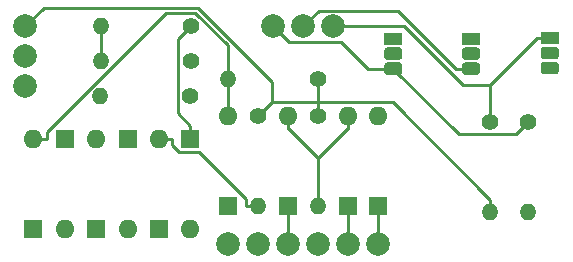
<source format=gbr>
G04 #@! TF.GenerationSoftware,KiCad,Pcbnew,(5.0.0)*
G04 #@! TF.CreationDate,2019-08-30T23:05:15+01:00*
G04 #@! TF.ProjectId,LS15,4C5331352E6B696361645F7063620000,rev?*
G04 #@! TF.SameCoordinates,Original*
G04 #@! TF.FileFunction,Copper,L2,Bot,Signal*
G04 #@! TF.FilePolarity,Positive*
%FSLAX46Y46*%
G04 Gerber Fmt 4.6, Leading zero omitted, Abs format (unit mm)*
G04 Created by KiCad (PCBNEW (5.0.0)) date 08/30/19 23:05:15*
%MOMM*%
%LPD*%
G01*
G04 APERTURE LIST*
G04 #@! TA.AperFunction,ComponentPad*
%ADD10C,2.000000*%
G04 #@! TD*
G04 #@! TA.AperFunction,ComponentPad*
%ADD11R,1.600000X1.600000*%
G04 #@! TD*
G04 #@! TA.AperFunction,ComponentPad*
%ADD12O,1.600000X1.600000*%
G04 #@! TD*
G04 #@! TA.AperFunction,ComponentPad*
%ADD13C,1.400000*%
G04 #@! TD*
G04 #@! TA.AperFunction,ComponentPad*
%ADD14O,1.400000X1.400000*%
G04 #@! TD*
G04 #@! TA.AperFunction,ComponentPad*
%ADD15R,1.500000X1.050000*%
G04 #@! TD*
G04 #@! TA.AperFunction,Conductor*
%ADD16C,0.100000*%
G04 #@! TD*
G04 #@! TA.AperFunction,ComponentPad*
%ADD17C,1.050000*%
G04 #@! TD*
G04 #@! TA.AperFunction,Conductor*
%ADD18C,0.250000*%
G04 #@! TD*
G04 APERTURE END LIST*
D10*
G04 #@! TO.P,J1,13*
G04 #@! TO.N,13*
X145998000Y-61225500D03*
G04 #@! TO.P,J1,12*
G04 #@! TO.N,12*
X143458000Y-61225500D03*
G04 #@! TO.P,J1,11*
G04 #@! TO.N,11*
X140918000Y-61225500D03*
G04 #@! TO.P,J1,6*
G04 #@! TO.N,6*
X149808000Y-79640500D03*
G04 #@! TO.P,J1,5*
G04 #@! TO.N,5*
X147268000Y-79640500D03*
G04 #@! TO.P,J1,4*
G04 #@! TO.N,N/C*
X144728000Y-79640500D03*
G04 #@! TO.P,J1,3*
G04 #@! TO.N,3*
X142188000Y-79640500D03*
G04 #@! TO.P,J1,2*
G04 #@! TO.N,N/C*
X139648000Y-79640500D03*
G04 #@! TO.P,J1,1*
G04 #@! TO.N,1*
X137108000Y-79640500D03*
G04 #@! TO.P,J1,23*
G04 #@! TO.N,-6v*
X119963000Y-66305500D03*
G04 #@! TO.P,J1,22*
G04 #@! TO.N,0v*
X119963000Y-63765500D03*
G04 #@! TO.P,J1,21*
G04 #@! TO.N,+6v*
X119963000Y-61225500D03*
G04 #@! TD*
D11*
G04 #@! TO.P,D1,1*
G04 #@! TO.N,1*
X137109000Y-76428600D03*
D12*
G04 #@! TO.P,D1,2*
G04 #@! TO.N,Net-(D1-Pad2)*
X137109000Y-68808600D03*
G04 #@! TD*
D11*
G04 #@! TO.P,D3,1*
G04 #@! TO.N,3*
X142189000Y-76428600D03*
D12*
G04 #@! TO.P,D3,2*
G04 #@! TO.N,Net-(D3-Pad2)*
X142189000Y-68808600D03*
G04 #@! TD*
D11*
G04 #@! TO.P,D4,1*
G04 #@! TO.N,5*
X147269000Y-76428600D03*
D12*
G04 #@! TO.P,D4,2*
G04 #@! TO.N,Net-(D3-Pad2)*
X147269000Y-68808600D03*
G04 #@! TD*
D11*
G04 #@! TO.P,D5,1*
G04 #@! TO.N,6*
X149809000Y-76428600D03*
D12*
G04 #@! TO.P,D5,2*
G04 #@! TO.N,Net-(D11-Pad2)*
X149809000Y-68808600D03*
G04 #@! TD*
D11*
G04 #@! TO.P,D7,1*
G04 #@! TO.N,Net-(D7-Pad1)*
X120625000Y-78359000D03*
D12*
G04 #@! TO.P,D7,2*
G04 #@! TO.N,Net-(D1-Pad2)*
X120625000Y-70739000D03*
G04 #@! TD*
D11*
G04 #@! TO.P,D8,1*
G04 #@! TO.N,Net-(D8-Pad1)*
X123292000Y-70739000D03*
D12*
G04 #@! TO.P,D8,2*
G04 #@! TO.N,Net-(D7-Pad1)*
X123292000Y-78359000D03*
G04 #@! TD*
D11*
G04 #@! TO.P,D9,1*
G04 #@! TO.N,Net-(D10-Pad2)*
X125959000Y-78359000D03*
D12*
G04 #@! TO.P,D9,2*
G04 #@! TO.N,Net-(D3-Pad2)*
X125959000Y-70739000D03*
G04 #@! TD*
D11*
G04 #@! TO.P,D10,1*
G04 #@! TO.N,Net-(D10-Pad1)*
X128626000Y-70739000D03*
D12*
G04 #@! TO.P,D10,2*
G04 #@! TO.N,Net-(D10-Pad2)*
X128626000Y-78359000D03*
G04 #@! TD*
D11*
G04 #@! TO.P,D11,1*
G04 #@! TO.N,Net-(D11-Pad1)*
X131267000Y-78359000D03*
D12*
G04 #@! TO.P,D11,2*
G04 #@! TO.N,Net-(D11-Pad2)*
X131267000Y-70739000D03*
G04 #@! TD*
D11*
G04 #@! TO.P,D12,1*
G04 #@! TO.N,Net-(D12-Pad1)*
X133922000Y-70739000D03*
D12*
G04 #@! TO.P,D12,2*
G04 #@! TO.N,Net-(D11-Pad1)*
X133922000Y-78359000D03*
G04 #@! TD*
D13*
G04 #@! TO.P,R1,1*
G04 #@! TO.N,+6v*
X144729000Y-65709800D03*
D14*
G04 #@! TO.P,R1,2*
G04 #@! TO.N,Net-(D1-Pad2)*
X137109000Y-65709800D03*
G04 #@! TD*
D13*
G04 #@! TO.P,R2,1*
G04 #@! TO.N,Net-(D8-Pad1)*
X133960000Y-64109600D03*
D14*
G04 #@! TO.P,R2,2*
G04 #@! TO.N,-6v*
X126340000Y-64109600D03*
G04 #@! TD*
D13*
G04 #@! TO.P,R3,1*
G04 #@! TO.N,11*
X162535000Y-69316600D03*
D14*
G04 #@! TO.P,R3,2*
G04 #@! TO.N,+6v*
X162535000Y-76936600D03*
G04 #@! TD*
D13*
G04 #@! TO.P,R4,1*
G04 #@! TO.N,+6v*
X144729000Y-68808600D03*
D14*
G04 #@! TO.P,R4,2*
G04 #@! TO.N,Net-(D3-Pad2)*
X144729000Y-76428600D03*
G04 #@! TD*
D13*
G04 #@! TO.P,R5,1*
G04 #@! TO.N,Net-(D10-Pad1)*
X133934000Y-67132200D03*
D14*
G04 #@! TO.P,R5,2*
G04 #@! TO.N,-6v*
X126314000Y-67132200D03*
G04 #@! TD*
D15*
G04 #@! TO.P,VT2,3*
G04 #@! TO.N,0v*
X157683000Y-62255400D03*
D16*
G04 #@! TD*
G04 #@! TO.N,12*
G04 #@! TO.C,VT2*
G36*
X158196229Y-64271664D02*
X158221711Y-64275444D01*
X158246700Y-64281703D01*
X158270954Y-64290382D01*
X158294242Y-64301396D01*
X158316337Y-64314639D01*
X158337028Y-64329985D01*
X158356116Y-64347284D01*
X158373415Y-64366372D01*
X158388761Y-64387063D01*
X158402004Y-64409158D01*
X158413018Y-64432446D01*
X158421697Y-64456700D01*
X158427956Y-64481689D01*
X158431736Y-64507171D01*
X158433000Y-64532900D01*
X158433000Y-65057900D01*
X158431736Y-65083629D01*
X158427956Y-65109111D01*
X158421697Y-65134100D01*
X158413018Y-65158354D01*
X158402004Y-65181642D01*
X158388761Y-65203737D01*
X158373415Y-65224428D01*
X158356116Y-65243516D01*
X158337028Y-65260815D01*
X158316337Y-65276161D01*
X158294242Y-65289404D01*
X158270954Y-65300418D01*
X158246700Y-65309097D01*
X158221711Y-65315356D01*
X158196229Y-65319136D01*
X158170500Y-65320400D01*
X157195500Y-65320400D01*
X157169771Y-65319136D01*
X157144289Y-65315356D01*
X157119300Y-65309097D01*
X157095046Y-65300418D01*
X157071758Y-65289404D01*
X157049663Y-65276161D01*
X157028972Y-65260815D01*
X157009884Y-65243516D01*
X156992585Y-65224428D01*
X156977239Y-65203737D01*
X156963996Y-65181642D01*
X156952982Y-65158354D01*
X156944303Y-65134100D01*
X156938044Y-65109111D01*
X156934264Y-65083629D01*
X156933000Y-65057900D01*
X156933000Y-64532900D01*
X156934264Y-64507171D01*
X156938044Y-64481689D01*
X156944303Y-64456700D01*
X156952982Y-64432446D01*
X156963996Y-64409158D01*
X156977239Y-64387063D01*
X156992585Y-64366372D01*
X157009884Y-64347284D01*
X157028972Y-64329985D01*
X157049663Y-64314639D01*
X157071758Y-64301396D01*
X157095046Y-64290382D01*
X157119300Y-64281703D01*
X157144289Y-64275444D01*
X157169771Y-64271664D01*
X157195500Y-64270400D01*
X158170500Y-64270400D01*
X158196229Y-64271664D01*
X158196229Y-64271664D01*
G37*
D17*
G04 #@! TO.P,VT2,1*
G04 #@! TO.N,12*
X157683000Y-64795400D03*
D16*
G04 #@! TD*
G04 #@! TO.N,Net-(D10-Pad1)*
G04 #@! TO.C,VT2*
G36*
X158196229Y-63001664D02*
X158221711Y-63005444D01*
X158246700Y-63011703D01*
X158270954Y-63020382D01*
X158294242Y-63031396D01*
X158316337Y-63044639D01*
X158337028Y-63059985D01*
X158356116Y-63077284D01*
X158373415Y-63096372D01*
X158388761Y-63117063D01*
X158402004Y-63139158D01*
X158413018Y-63162446D01*
X158421697Y-63186700D01*
X158427956Y-63211689D01*
X158431736Y-63237171D01*
X158433000Y-63262900D01*
X158433000Y-63787900D01*
X158431736Y-63813629D01*
X158427956Y-63839111D01*
X158421697Y-63864100D01*
X158413018Y-63888354D01*
X158402004Y-63911642D01*
X158388761Y-63933737D01*
X158373415Y-63954428D01*
X158356116Y-63973516D01*
X158337028Y-63990815D01*
X158316337Y-64006161D01*
X158294242Y-64019404D01*
X158270954Y-64030418D01*
X158246700Y-64039097D01*
X158221711Y-64045356D01*
X158196229Y-64049136D01*
X158170500Y-64050400D01*
X157195500Y-64050400D01*
X157169771Y-64049136D01*
X157144289Y-64045356D01*
X157119300Y-64039097D01*
X157095046Y-64030418D01*
X157071758Y-64019404D01*
X157049663Y-64006161D01*
X157028972Y-63990815D01*
X157009884Y-63973516D01*
X156992585Y-63954428D01*
X156977239Y-63933737D01*
X156963996Y-63911642D01*
X156952982Y-63888354D01*
X156944303Y-63864100D01*
X156938044Y-63839111D01*
X156934264Y-63813629D01*
X156933000Y-63787900D01*
X156933000Y-63262900D01*
X156934264Y-63237171D01*
X156938044Y-63211689D01*
X156944303Y-63186700D01*
X156952982Y-63162446D01*
X156963996Y-63139158D01*
X156977239Y-63117063D01*
X156992585Y-63096372D01*
X157009884Y-63077284D01*
X157028972Y-63059985D01*
X157049663Y-63044639D01*
X157071758Y-63031396D01*
X157095046Y-63020382D01*
X157119300Y-63011703D01*
X157144289Y-63005444D01*
X157169771Y-63001664D01*
X157195500Y-63000400D01*
X158170500Y-63000400D01*
X158196229Y-63001664D01*
X158196229Y-63001664D01*
G37*
D17*
G04 #@! TO.P,VT2,2*
G04 #@! TO.N,Net-(D10-Pad1)*
X157683000Y-63525400D03*
G04 #@! TD*
D14*
G04 #@! TO.P,R6,2*
G04 #@! TO.N,Net-(D11-Pad2)*
X139649000Y-76428600D03*
D13*
G04 #@! TO.P,R6,1*
G04 #@! TO.N,+6v*
X139649000Y-68808600D03*
G04 #@! TD*
D14*
G04 #@! TO.P,R7,2*
G04 #@! TO.N,-6v*
X126340000Y-61163200D03*
D13*
G04 #@! TO.P,R7,1*
G04 #@! TO.N,Net-(D12-Pad1)*
X133960000Y-61163200D03*
G04 #@! TD*
G04 #@! TO.P,R8,1*
G04 #@! TO.N,13*
X159309000Y-69316600D03*
D14*
G04 #@! TO.P,R8,2*
G04 #@! TO.N,+6v*
X159309000Y-76936600D03*
G04 #@! TD*
D16*
G04 #@! TO.N,Net-(D8-Pad1)*
G04 #@! TO.C,VT1*
G36*
X151618229Y-63001664D02*
X151643711Y-63005444D01*
X151668700Y-63011703D01*
X151692954Y-63020382D01*
X151716242Y-63031396D01*
X151738337Y-63044639D01*
X151759028Y-63059985D01*
X151778116Y-63077284D01*
X151795415Y-63096372D01*
X151810761Y-63117063D01*
X151824004Y-63139158D01*
X151835018Y-63162446D01*
X151843697Y-63186700D01*
X151849956Y-63211689D01*
X151853736Y-63237171D01*
X151855000Y-63262900D01*
X151855000Y-63787900D01*
X151853736Y-63813629D01*
X151849956Y-63839111D01*
X151843697Y-63864100D01*
X151835018Y-63888354D01*
X151824004Y-63911642D01*
X151810761Y-63933737D01*
X151795415Y-63954428D01*
X151778116Y-63973516D01*
X151759028Y-63990815D01*
X151738337Y-64006161D01*
X151716242Y-64019404D01*
X151692954Y-64030418D01*
X151668700Y-64039097D01*
X151643711Y-64045356D01*
X151618229Y-64049136D01*
X151592500Y-64050400D01*
X150617500Y-64050400D01*
X150591771Y-64049136D01*
X150566289Y-64045356D01*
X150541300Y-64039097D01*
X150517046Y-64030418D01*
X150493758Y-64019404D01*
X150471663Y-64006161D01*
X150450972Y-63990815D01*
X150431884Y-63973516D01*
X150414585Y-63954428D01*
X150399239Y-63933737D01*
X150385996Y-63911642D01*
X150374982Y-63888354D01*
X150366303Y-63864100D01*
X150360044Y-63839111D01*
X150356264Y-63813629D01*
X150355000Y-63787900D01*
X150355000Y-63262900D01*
X150356264Y-63237171D01*
X150360044Y-63211689D01*
X150366303Y-63186700D01*
X150374982Y-63162446D01*
X150385996Y-63139158D01*
X150399239Y-63117063D01*
X150414585Y-63096372D01*
X150431884Y-63077284D01*
X150450972Y-63059985D01*
X150471663Y-63044639D01*
X150493758Y-63031396D01*
X150517046Y-63020382D01*
X150541300Y-63011703D01*
X150566289Y-63005444D01*
X150591771Y-63001664D01*
X150617500Y-63000400D01*
X151592500Y-63000400D01*
X151618229Y-63001664D01*
X151618229Y-63001664D01*
G37*
D17*
G04 #@! TD*
G04 #@! TO.P,VT1,2*
G04 #@! TO.N,Net-(D8-Pad1)*
X151105000Y-63525400D03*
D16*
G04 #@! TO.N,11*
G04 #@! TO.C,VT1*
G36*
X151618229Y-64271664D02*
X151643711Y-64275444D01*
X151668700Y-64281703D01*
X151692954Y-64290382D01*
X151716242Y-64301396D01*
X151738337Y-64314639D01*
X151759028Y-64329985D01*
X151778116Y-64347284D01*
X151795415Y-64366372D01*
X151810761Y-64387063D01*
X151824004Y-64409158D01*
X151835018Y-64432446D01*
X151843697Y-64456700D01*
X151849956Y-64481689D01*
X151853736Y-64507171D01*
X151855000Y-64532900D01*
X151855000Y-65057900D01*
X151853736Y-65083629D01*
X151849956Y-65109111D01*
X151843697Y-65134100D01*
X151835018Y-65158354D01*
X151824004Y-65181642D01*
X151810761Y-65203737D01*
X151795415Y-65224428D01*
X151778116Y-65243516D01*
X151759028Y-65260815D01*
X151738337Y-65276161D01*
X151716242Y-65289404D01*
X151692954Y-65300418D01*
X151668700Y-65309097D01*
X151643711Y-65315356D01*
X151618229Y-65319136D01*
X151592500Y-65320400D01*
X150617500Y-65320400D01*
X150591771Y-65319136D01*
X150566289Y-65315356D01*
X150541300Y-65309097D01*
X150517046Y-65300418D01*
X150493758Y-65289404D01*
X150471663Y-65276161D01*
X150450972Y-65260815D01*
X150431884Y-65243516D01*
X150414585Y-65224428D01*
X150399239Y-65203737D01*
X150385996Y-65181642D01*
X150374982Y-65158354D01*
X150366303Y-65134100D01*
X150360044Y-65109111D01*
X150356264Y-65083629D01*
X150355000Y-65057900D01*
X150355000Y-64532900D01*
X150356264Y-64507171D01*
X150360044Y-64481689D01*
X150366303Y-64456700D01*
X150374982Y-64432446D01*
X150385996Y-64409158D01*
X150399239Y-64387063D01*
X150414585Y-64366372D01*
X150431884Y-64347284D01*
X150450972Y-64329985D01*
X150471663Y-64314639D01*
X150493758Y-64301396D01*
X150517046Y-64290382D01*
X150541300Y-64281703D01*
X150566289Y-64275444D01*
X150591771Y-64271664D01*
X150617500Y-64270400D01*
X151592500Y-64270400D01*
X151618229Y-64271664D01*
X151618229Y-64271664D01*
G37*
D17*
G04 #@! TD*
G04 #@! TO.P,VT1,1*
G04 #@! TO.N,11*
X151105000Y-64795400D03*
D15*
G04 #@! TO.P,VT1,3*
G04 #@! TO.N,0v*
X151105000Y-62255400D03*
G04 #@! TD*
D16*
G04 #@! TO.N,Net-(D12-Pad1)*
G04 #@! TO.C,VT3*
G36*
X164876229Y-62950864D02*
X164901711Y-62954644D01*
X164926700Y-62960903D01*
X164950954Y-62969582D01*
X164974242Y-62980596D01*
X164996337Y-62993839D01*
X165017028Y-63009185D01*
X165036116Y-63026484D01*
X165053415Y-63045572D01*
X165068761Y-63066263D01*
X165082004Y-63088358D01*
X165093018Y-63111646D01*
X165101697Y-63135900D01*
X165107956Y-63160889D01*
X165111736Y-63186371D01*
X165113000Y-63212100D01*
X165113000Y-63737100D01*
X165111736Y-63762829D01*
X165107956Y-63788311D01*
X165101697Y-63813300D01*
X165093018Y-63837554D01*
X165082004Y-63860842D01*
X165068761Y-63882937D01*
X165053415Y-63903628D01*
X165036116Y-63922716D01*
X165017028Y-63940015D01*
X164996337Y-63955361D01*
X164974242Y-63968604D01*
X164950954Y-63979618D01*
X164926700Y-63988297D01*
X164901711Y-63994556D01*
X164876229Y-63998336D01*
X164850500Y-63999600D01*
X163875500Y-63999600D01*
X163849771Y-63998336D01*
X163824289Y-63994556D01*
X163799300Y-63988297D01*
X163775046Y-63979618D01*
X163751758Y-63968604D01*
X163729663Y-63955361D01*
X163708972Y-63940015D01*
X163689884Y-63922716D01*
X163672585Y-63903628D01*
X163657239Y-63882937D01*
X163643996Y-63860842D01*
X163632982Y-63837554D01*
X163624303Y-63813300D01*
X163618044Y-63788311D01*
X163614264Y-63762829D01*
X163613000Y-63737100D01*
X163613000Y-63212100D01*
X163614264Y-63186371D01*
X163618044Y-63160889D01*
X163624303Y-63135900D01*
X163632982Y-63111646D01*
X163643996Y-63088358D01*
X163657239Y-63066263D01*
X163672585Y-63045572D01*
X163689884Y-63026484D01*
X163708972Y-63009185D01*
X163729663Y-62993839D01*
X163751758Y-62980596D01*
X163775046Y-62969582D01*
X163799300Y-62960903D01*
X163824289Y-62954644D01*
X163849771Y-62950864D01*
X163875500Y-62949600D01*
X164850500Y-62949600D01*
X164876229Y-62950864D01*
X164876229Y-62950864D01*
G37*
D17*
G04 #@! TD*
G04 #@! TO.P,VT3,2*
G04 #@! TO.N,Net-(D12-Pad1)*
X164363000Y-63474600D03*
D16*
G04 #@! TO.N,0v*
G04 #@! TO.C,VT3*
G36*
X164876229Y-64220864D02*
X164901711Y-64224644D01*
X164926700Y-64230903D01*
X164950954Y-64239582D01*
X164974242Y-64250596D01*
X164996337Y-64263839D01*
X165017028Y-64279185D01*
X165036116Y-64296484D01*
X165053415Y-64315572D01*
X165068761Y-64336263D01*
X165082004Y-64358358D01*
X165093018Y-64381646D01*
X165101697Y-64405900D01*
X165107956Y-64430889D01*
X165111736Y-64456371D01*
X165113000Y-64482100D01*
X165113000Y-65007100D01*
X165111736Y-65032829D01*
X165107956Y-65058311D01*
X165101697Y-65083300D01*
X165093018Y-65107554D01*
X165082004Y-65130842D01*
X165068761Y-65152937D01*
X165053415Y-65173628D01*
X165036116Y-65192716D01*
X165017028Y-65210015D01*
X164996337Y-65225361D01*
X164974242Y-65238604D01*
X164950954Y-65249618D01*
X164926700Y-65258297D01*
X164901711Y-65264556D01*
X164876229Y-65268336D01*
X164850500Y-65269600D01*
X163875500Y-65269600D01*
X163849771Y-65268336D01*
X163824289Y-65264556D01*
X163799300Y-65258297D01*
X163775046Y-65249618D01*
X163751758Y-65238604D01*
X163729663Y-65225361D01*
X163708972Y-65210015D01*
X163689884Y-65192716D01*
X163672585Y-65173628D01*
X163657239Y-65152937D01*
X163643996Y-65130842D01*
X163632982Y-65107554D01*
X163624303Y-65083300D01*
X163618044Y-65058311D01*
X163614264Y-65032829D01*
X163613000Y-65007100D01*
X163613000Y-64482100D01*
X163614264Y-64456371D01*
X163618044Y-64430889D01*
X163624303Y-64405900D01*
X163632982Y-64381646D01*
X163643996Y-64358358D01*
X163657239Y-64336263D01*
X163672585Y-64315572D01*
X163689884Y-64296484D01*
X163708972Y-64279185D01*
X163729663Y-64263839D01*
X163751758Y-64250596D01*
X163775046Y-64239582D01*
X163799300Y-64230903D01*
X163824289Y-64224644D01*
X163849771Y-64220864D01*
X163875500Y-64219600D01*
X164850500Y-64219600D01*
X164876229Y-64220864D01*
X164876229Y-64220864D01*
G37*
D17*
G04 #@! TD*
G04 #@! TO.P,VT3,3*
G04 #@! TO.N,0v*
X164363000Y-64744600D03*
D15*
G04 #@! TO.P,VT3,1*
G04 #@! TO.N,13*
X164363000Y-62204600D03*
G04 #@! TD*
D18*
G04 #@! TO.N,Net-(D1-Pad2)*
X120625000Y-70739000D02*
X121750300Y-70739000D01*
X137109000Y-65709800D02*
X137109000Y-62834600D01*
X137109000Y-62834600D02*
X134357100Y-60082700D01*
X134357100Y-60082700D02*
X131834300Y-60082700D01*
X131834300Y-60082700D02*
X121750300Y-70166700D01*
X121750300Y-70166700D02*
X121750300Y-70739000D01*
X137109000Y-68808600D02*
X137109000Y-65709800D01*
G04 #@! TO.N,Net-(D3-Pad2)*
X144729000Y-72373800D02*
X147168900Y-69933900D01*
X147168900Y-69933900D02*
X147269000Y-69933900D01*
X144729000Y-76428600D02*
X144729000Y-72373800D01*
X142189000Y-69933900D02*
X142289100Y-69933900D01*
X142289100Y-69933900D02*
X144729000Y-72373800D01*
X142189000Y-68808600D02*
X142189000Y-69933900D01*
X147269000Y-68808600D02*
X147269000Y-69933900D01*
G04 #@! TO.N,3*
X142189000Y-76428600D02*
X142189000Y-77553900D01*
X142189000Y-77553900D02*
X142188000Y-77554900D01*
X142188000Y-77554900D02*
X142188000Y-79640500D01*
G04 #@! TO.N,Net-(D11-Pad2)*
X131267000Y-70739000D02*
X132392300Y-70739000D01*
X139649000Y-76428600D02*
X138623700Y-76428600D01*
X138623700Y-76428600D02*
X138623700Y-75867900D01*
X138623700Y-75867900D02*
X134620100Y-71864300D01*
X134620100Y-71864300D02*
X132954900Y-71864300D01*
X132954900Y-71864300D02*
X132392300Y-71301700D01*
X132392300Y-71301700D02*
X132392300Y-70739000D01*
G04 #@! TO.N,5*
X147269000Y-76428600D02*
X147269000Y-77553900D01*
X147269000Y-77553900D02*
X147268000Y-77554900D01*
X147268000Y-77554900D02*
X147268000Y-79640500D01*
G04 #@! TO.N,6*
X149809000Y-76428600D02*
X149809000Y-77553900D01*
X149809000Y-77553900D02*
X149808000Y-77554900D01*
X149808000Y-77554900D02*
X149808000Y-79640500D01*
G04 #@! TO.N,Net-(D12-Pad1)*
X133922000Y-70739000D02*
X133922000Y-69613700D01*
X133960000Y-61163200D02*
X132870400Y-62252800D01*
X132870400Y-62252800D02*
X132870400Y-68562100D01*
X132870400Y-68562100D02*
X133922000Y-69613700D01*
G04 #@! TO.N,+6v*
X140814000Y-67643600D02*
X144729000Y-67643600D01*
X139649000Y-68808600D02*
X140814000Y-67643600D01*
X140814000Y-67643600D02*
X140814000Y-65892300D01*
X140814000Y-65892300D02*
X134554000Y-59632300D01*
X134554000Y-59632300D02*
X121556200Y-59632300D01*
X121556200Y-59632300D02*
X119963000Y-61225500D01*
X144729000Y-67643600D02*
X151041300Y-67643600D01*
X151041300Y-67643600D02*
X159309000Y-75911300D01*
X144729000Y-67643600D02*
X144729000Y-65709800D01*
X144729000Y-68808600D02*
X144729000Y-67643600D01*
X159309000Y-76936600D02*
X159309000Y-75911300D01*
G04 #@! TO.N,-6v*
X126340000Y-61163200D02*
X126340000Y-64109600D01*
G04 #@! TO.N,12*
X157683000Y-64795400D02*
X156450900Y-64795400D01*
X156450900Y-64795400D02*
X151540300Y-59884800D01*
X151540300Y-59884800D02*
X144798700Y-59884800D01*
X144798700Y-59884800D02*
X143458000Y-61225500D01*
G04 #@! TO.N,13*
X159309000Y-66183300D02*
X159309000Y-69316600D01*
X163287700Y-62204600D02*
X159309000Y-66183300D01*
X159309000Y-66183300D02*
X156991900Y-66183300D01*
X156991900Y-66183300D02*
X152034100Y-61225500D01*
X152034100Y-61225500D02*
X145998000Y-61225500D01*
X164363000Y-62204600D02*
X163287700Y-62204600D01*
G04 #@! TO.N,11*
X162535000Y-69316600D02*
X161499200Y-70352400D01*
X161499200Y-70352400D02*
X156662000Y-70352400D01*
X156662000Y-70352400D02*
X151105000Y-64795400D01*
X151105000Y-64795400D02*
X148923600Y-64795400D01*
X148923600Y-64795400D02*
X146703200Y-62575000D01*
X146703200Y-62575000D02*
X142267500Y-62575000D01*
X142267500Y-62575000D02*
X140918000Y-61225500D01*
G04 #@! TD*
M02*

</source>
